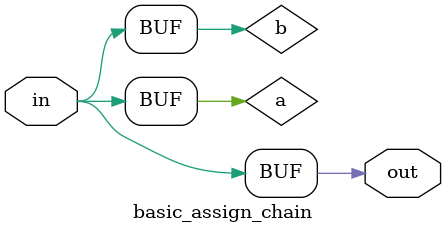
<source format=sv>
module basic_assign_chain
  (
    input logic in,
    output logic out
  );
  logic a;
  logic b;
  // Simple chain of dependencies.
  assign a = in;
  assign b = a;
  assign out = b;
endmodule

</source>
